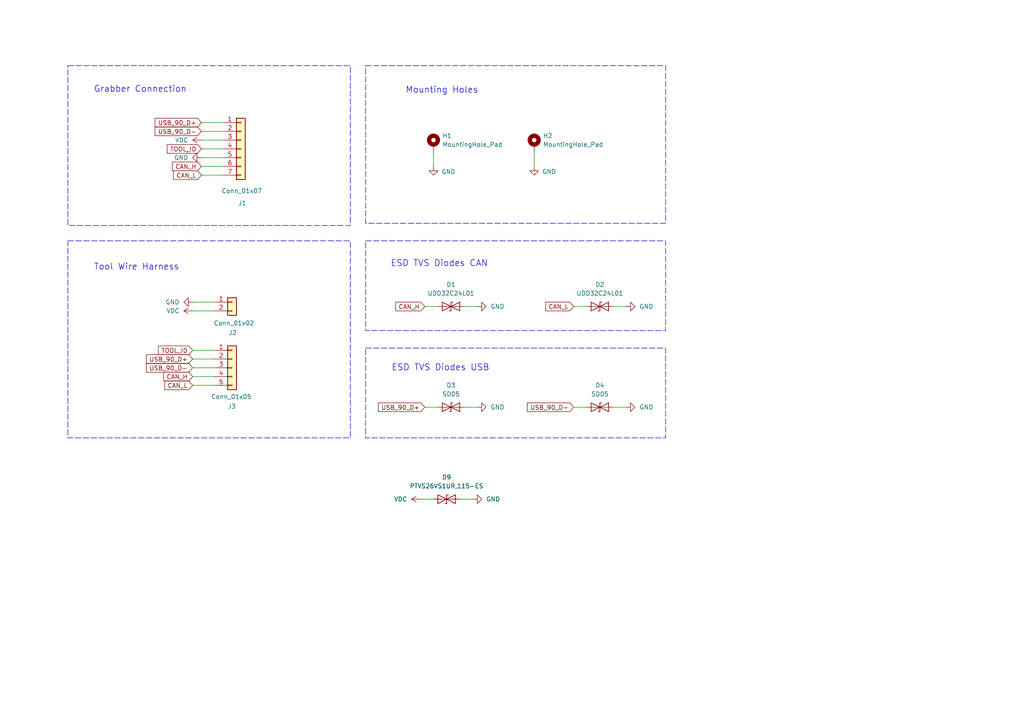
<source format=kicad_sch>
(kicad_sch (version 20250114) (generator "eeschema") (generator_version "9.0")
  (paper "A4")
  (lib_symbols
    (symbol "Connector_Generic:Conn_01x02" (pin_names (offset 1.016) (hide yes))
      (property "Reference" "J" (at 0 2.54 0))
      (property "Value" "Conn_01x02" (at 0 -5.08 0))
      (symbol "Conn_01x02_1_1"
        (rectangle (start -1.27 1.27) (end 1.27 -3.81) (stroke (width 0.254)) (fill (type background)))
        (rectangle (start -1.27 0.127) (end 0 -0.127) (stroke (width 0.1524)))
        (rectangle (start -1.27 -2.413) (end 0 -2.667) (stroke (width 0.1524)))
        (pin passive line (at -5.08 0 0) (length 3.81) (name "Pin_1") (number "1"))
        (pin passive line (at -5.08 -2.54 0) (length 3.81) (name "Pin_2") (number "2"))
      )
    )
    (symbol "Connector_Generic:Conn_01x05" (pin_names (offset 1.016) (hide yes))
      (property "Reference" "J" (at 0 7.62 0))
      (property "Value" "Conn_01x05" (at 0 -7.62 0))
      (symbol "Conn_01x05_1_1"
        (rectangle (start -1.27 6.35) (end 1.27 -6.35) (stroke (width 0.254)) (fill (type background)))
        (rectangle (start -1.27 5.207) (end 0 4.953) (stroke (width 0.1524)))
        (rectangle (start -1.27 2.667) (end 0 2.413) (stroke (width 0.1524)))
        (rectangle (start -1.27 0.127) (end 0 -0.127) (stroke (width 0.1524)))
        (rectangle (start -1.27 -2.413) (end 0 -2.667) (stroke (width 0.1524)))
        (rectangle (start -1.27 -4.953) (end 0 -5.207) (stroke (width 0.1524)))
        (pin passive line (at -5.08 5.08 0) (length 3.81) (name "Pin_1") (number "1"))
        (pin passive line (at -5.08 2.54 0) (length 3.81) (name "Pin_2") (number "2"))
        (pin passive line (at -5.08 0 0) (length 3.81) (name "Pin_3") (number "3"))
        (pin passive line (at -5.08 -2.54 0) (length 3.81) (name "Pin_4") (number "4"))
        (pin passive line (at -5.08 -5.08 0) (length 3.81) (name "Pin_5") (number "5"))
      )
    )
    (symbol "Connector_Generic:Conn_01x07" (pin_names (offset 1.016) (hide yes))
      (property "Reference" "J" (at 0 10.16 0))
      (property "Value" "Conn_01x07" (at 0 -10.16 0))
      (symbol "Conn_01x07_1_1"
        (rectangle (start -1.27 8.89) (end 1.27 -8.89) (stroke (width 0.254)) (fill (type background)))
        (rectangle (start -1.27 7.747) (end 0 7.493) (stroke (width 0.1524)))
        (rectangle (start -1.27 5.207) (end 0 4.953) (stroke (width 0.1524)))
        (rectangle (start -1.27 2.667) (end 0 2.413) (stroke (width 0.1524)))
        (rectangle (start -1.27 0.127) (end 0 -0.127) (stroke (width 0.1524)))
        (rectangle (start -1.27 -2.413) (end 0 -2.667) (stroke (width 0.1524)))
        (rectangle (start -1.27 -4.953) (end 0 -5.207) (stroke (width 0.1524)))
        (rectangle (start -1.27 -7.493) (end 0 -7.747) (stroke (width 0.1524)))
        (pin passive line (at -5.08 7.62 0) (length 3.81) (name "Pin_1") (number "1"))
        (pin passive line (at -5.08 5.08 0) (length 3.81) (name "Pin_2") (number "2"))
        (pin passive line (at -5.08 2.54 0) (length 3.81) (name "Pin_3") (number "3"))
        (pin passive line (at -5.08 0 0) (length 3.81) (name "Pin_4") (number "4"))
        (pin passive line (at -5.08 -2.54 0) (length 3.81) (name "Pin_5") (number "5"))
        (pin passive line (at -5.08 -5.08 0) (length 3.81) (name "Pin_6") (number "6"))
        (pin passive line (at -5.08 -7.62 0) (length 3.81) (name "Pin_7") (number "7"))
      )
    )
    (symbol "Diode:SD24_SOD323" (pin_numbers (hide yes)) (pin_names (offset 1.016) (hide yes))
      (property "Reference" "D" (at 0 2.54 0))
      (property "Value" "SD24_SOD323" (at 0 -2.54 0))
      (symbol "SD24_SOD323_0_1"
        (polyline (pts (xy -2.54 -1.27) (xy 0 0) (xy -2.54 1.27) (xy -2.54 -1.27)) (stroke (width 0.2032)))
        (polyline (pts (xy 0.508 1.27) (xy 0 1.27) (xy 0 -1.27) (xy -0.508 -1.27)) (stroke (width 0.2032)))
        (polyline (pts (xy 1.27 0) (xy -1.27 0)))
        (polyline (pts (xy 2.54 1.27) (xy 2.54 -1.27) (xy 0 0) (xy 2.54 1.27)) (stroke (width 0.2032)))
      )
      (symbol "SD24_SOD323_1_1"
        (pin passive line (at -3.81 0 0) (length 2.54) (name "A1") (number "1"))
        (pin passive line (at 3.81 0 180) (length 2.54) (name "A2") (number "2"))
      )
    )
    (symbol "Mechanical:MountingHole_Pad" (pin_numbers (hide yes)) (pin_names (offset 1.016) (hide yes)) (in_bom no)
      (property "Reference" "H" (at 0 6.35 0))
      (property "Value" "MountingHole_Pad" (at 0 4.445 0))
      (symbol "MountingHole_Pad_0_1"
        (circle (center 0 1.27) (radius 1.27) (stroke (width 1.27)))
      )
      (symbol "MountingHole_Pad_1_1"
        (pin input line (at 0 -2.54 90) (length 2.54) (name "1") (number "1"))
      )
    )
    (symbol "power:GND" (power) (pin_numbers (hide yes)) (pin_names (offset 0) (hide yes))
      (property "Value" "GND" (at 0 -3.81 0))
      (symbol "GND_0_1"
        (polyline (pts (xy 0 0) (xy 0 -1.27) (xy 1.27 -1.27) (xy 0 -2.54) (xy -1.27 -1.27) (xy 0 -1.27)))
      )
      (symbol "GND_1_1"
        (pin power_in line (at 0 0 270) (length 0) (name "~") (number "1"))
      )
    )
    (symbol "power:VDC" (power) (pin_numbers (hide yes)) (pin_names (offset 0) (hide yes))
      (property "Value" "VDC" (at 0 3.556 0))
      (symbol "VDC_0_1"
        (polyline (pts (xy -0.762 1.27) (xy 0 2.54)))
        (polyline (pts (xy 0 2.54) (xy 0.762 1.27)))
        (polyline (pts (xy 0 0) (xy 0 2.54)))
      )
      (symbol "VDC_1_1"
        (pin power_in line (at 0 0 90) (length 0) (name "~") (number "1"))
      )
    )
  )
  (rectangle (start 106.045 19.05) (end 193.04 64.77) (stroke (width 0) (type dash)))
  (rectangle (start 19.685 19.05) (end 101.6 65.405) (stroke (width 0) (type dash)))
  (rectangle (start 106.045 100.965) (end 193.04 127) (stroke (width 0) (type dash)))
  (rectangle (start 106.045 69.85) (end 193.04 95.885) (stroke (width 0) (type dash)))
  (rectangle (start 19.685 69.85) (end 101.6 127) (stroke (width 0) (type dash)))
  (text "Grabber Connection" (at 27.178 24.892 0) (effects (font (size 1.8034 1.8034)) (justify left top)))
  (text "Tool Wire Harness\n" (at 27.178 76.454 0) (effects (font (size 1.8034 1.8034)) (justify left top)))
  (text "ESD TVS Diodes CAN\n" (at 113.284 75.438 0) (effects (font (size 1.8034 1.8034)) (justify left top)))
  (text "ESD TVS Diodes USB" (at 113.538 105.664 0) (effects (font (size 1.8034 1.8034)) (justify left top)))
  (text "Mounting Holes" (at 117.602 25.146 0) (effects (font (size 1.8034 1.8034)) (justify left top)))
  (wire (pts (xy 55.88 87.63) (xy 62.23 87.63)))
  (wire (pts (xy 55.88 106.68) (xy 62.23 106.68)))
  (wire (pts (xy 55.88 104.14) (xy 62.23 104.14)))
  (wire (pts (xy 177.8 88.9) (xy 181.61 88.9)))
  (wire (pts (xy 127 118.11) (xy 123.19 118.11)))
  (wire (pts (xy 55.88 111.76) (xy 62.23 111.76)))
  (wire (pts (xy 58.42 38.1) (xy 64.77 38.1)))
  (wire (pts (xy 123.19 88.9) (xy 127 88.9)))
  (wire (pts (xy 138.43 118.11) (xy 134.62 118.11)))
  (wire (pts (xy 138.43 88.9) (xy 134.62 88.9)))
  (wire (pts (xy 58.42 40.64) (xy 64.77 40.64)))
  (wire (pts (xy 170.18 118.11) (xy 166.37 118.11)))
  (wire (pts (xy 55.88 90.17) (xy 62.23 90.17)))
  (wire (pts (xy 58.42 35.56) (xy 64.77 35.56)))
  (wire (pts (xy 58.42 50.8) (xy 64.77 50.8)))
  (wire (pts (xy 58.42 43.18) (xy 64.77 43.18)))
  (wire (pts (xy 166.37 88.9) (xy 170.18 88.9)))
  (wire (pts (xy 55.88 109.22) (xy 62.23 109.22)))
  (wire (pts (xy 58.42 48.26) (xy 64.77 48.26)))
  (wire (pts (xy 125.73 48.26) (xy 125.73 44.45)))
  (wire (pts (xy 125.73 144.78) (xy 121.92 144.78)))
  (wire (pts (xy 137.16 144.78) (xy 133.35 144.78)))
  (wire (pts (xy 154.94 48.26) (xy 154.94 44.45)))
  (wire (pts (xy 55.88 101.6) (xy 62.23 101.6)))
  (wire (pts (xy 58.42 45.72) (xy 64.77 45.72)))
  (wire (pts (xy 181.61 118.11) (xy 177.8 118.11)))
  (global_label "CAN_H" (shape input) (at 123.19 88.9 180) (property "Intersheetrefs" "${INTERSHEET_REFS}" (effects (hide yes))))
  (global_label "USB_90_D+" (shape input) (at 58.42 35.56 180) (property "Intersheetrefs" "${INTERSHEET_REFS}" (effects (hide yes))))
  (global_label "USB_90_D+" (shape input) (at 123.19 118.11 180) (property "Intersheetrefs" "${INTERSHEET_REFS}" (effects (hide yes))))
  (global_label "CAN_H" (shape input) (at 58.42 48.26 180) (property "Intersheetrefs" "${INTERSHEET_REFS}" (effects (hide yes))))
  (global_label "USB_90_D+" (shape input) (at 55.88 104.14 180) (property "Intersheetrefs" "${INTERSHEET_REFS}" (effects (hide yes))))
  (global_label "CAN_L" (shape input) (at 166.37 88.9 180) (property "Intersheetrefs" "${INTERSHEET_REFS}" (effects (hide yes))))
  (global_label "CAN_H" (shape input) (at 55.88 109.22 180) (property "Intersheetrefs" "${INTERSHEET_REFS}" (effects (hide yes))))
  (global_label "TOOL_ID" (shape input) (at 55.88 101.6 180) (property "Intersheetrefs" "${INTERSHEET_REFS}" (effects (hide yes))))
  (global_label "USB_90_D-" (shape input) (at 166.37 118.11 180) (property "Intersheetrefs" "${INTERSHEET_REFS}" (effects (hide yes))))
  (global_label "CAN_L" (shape input) (at 58.42 50.8 180) (property "Intersheetrefs" "${INTERSHEET_REFS}" (effects (hide yes))))
  (global_label "TOOL_ID" (shape input) (at 58.42 43.18 180) (property "Intersheetrefs" "${INTERSHEET_REFS}" (effects (hide yes))))
  (global_label "USB_90_D-" (shape input) (at 55.88 106.68 180) (property "Intersheetrefs" "${INTERSHEET_REFS}" (effects (hide yes))))
  (global_label "CAN_L" (shape input) (at 55.88 111.76 180) (property "Intersheetrefs" "${INTERSHEET_REFS}" (effects (hide yes))))
  (global_label "USB_90_D-" (shape input) (at 58.42 38.1 180) (property "Intersheetrefs" "${INTERSHEET_REFS}" (effects (hide yes))))
  (symbol (lib_id "power:VDC") (at 55.88 90.17 90) (unit 1)
    (property "Reference" "#PWR06" (effects (hide yes)))
    (property "Value" "VDC" (at 52.07 90.1699 90) (effects (justify left)))
    (property "Description" "Power symbol creates a global label with name \"VDC\"" (effects (hide yes)))
  )
  (symbol (lib_id "Connector_Generic:Conn_01x02") (at 67.31 87.63 0) (unit 1)
    (property "Reference" "J2" (at 66.294 96.52 0) (effects (justify left)))
    (property "Value" "Conn_01x02" (at 61.976 93.726 0) (effects (justify left)))
    (property "Footprint" "Vortac:Toolplate_Solderpoint_01x02_Power" (effects (hide yes)))
    (property "Description" "Generic connector, single row, 01x02, script generated (kicad-library-utils/schlib/autogen/connector/)" (effects (hide yes)))
  )
  (symbol (lib_id "power:GND") (at 138.43 88.9 90) (unit 1)
    (property "Reference" "#PWR09" (effects (hide yes)))
    (property "Value" "GND" (at 142.24 88.8999 90) (effects (justify right)))
    (property "Description" "Power symbol creates a global label with name \"GND\" , ground" (effects (hide yes)))
  )
  (symbol (lib_id "power:GND") (at 181.61 88.9 90) (unit 1)
    (property "Reference" "#PWR010" (effects (hide yes)))
    (property "Value" "GND" (at 185.42 88.8999 90) (effects (justify right)))
    (property "Description" "Power symbol creates a global label with name \"GND\" , ground" (effects (hide yes)))
  )
  (symbol (lib_id "Diode:SD24_SOD323") (at 129.54 144.78 180) (unit 1)
    (property "Reference" "D9" (at 129.54 138.43 0))
    (property "Value" "PTVS26VS1UR,115-ES" (at 129.54 140.97 0))
    (property "Footprint" "Diode_SMD:D_SOD-123F" (effects (hide yes)))
    (property "LCSC" "C41409305" (effects (hide yes)))
  )
  (symbol (lib_id "Mechanical:MountingHole_Pad") (at 125.73 41.91 0) (unit 1) (in_bom no)
    (property "Reference" "H1" (at 128.27 39.3699 0) (effects (justify left)))
    (property "Value" "MountingHole_Pad" (at 128.27 41.9099 0) (effects (justify left)))
    (property "Footprint" "Vortac:MountingHole_2.2mm_M2_Pad_Via_NTR" (effects (hide yes)))
    (property "Description" "Mounting Hole with connection" (effects (hide yes)))
  )
  (symbol (lib_id "Diode:SD24_SOD323") (at 173.99 118.11 180) (unit 1)
    (property "Reference" "D4" (at 173.99 111.76 0))
    (property "Value" "SD05" (at 173.99 114.3 0))
    (property "Footprint" "Diode_SMD:D_SOD-323" (effects (hide yes)))
    (property "LCSC" "C502527" (effects (hide yes)))
  )
  (symbol (lib_id "power:GND") (at 125.73 48.26 0) (unit 1)
    (property "Reference" "#PWR03" (effects (hide yes)))
    (property "Value" "GND" (at 130.048 49.784 0))
    (property "Description" "Power symbol creates a global label with name \"GND\" , ground" (effects (hide yes)))
  )
  (symbol (lib_id "power:GND") (at 181.61 118.11 90) (unit 1)
    (property "Reference" "#PWR08" (effects (hide yes)))
    (property "Value" "GND" (at 185.42 118.1099 90) (effects (justify right)))
    (property "Description" "Power symbol creates a global label with name \"GND\" , ground" (effects (hide yes)))
  )
  (symbol (lib_id "Diode:SD24_SOD323") (at 130.81 88.9 180) (unit 1)
    (property "Reference" "D1" (at 130.81 82.55 0))
    (property "Value" "UDD32C24L01" (at 130.81 85.09 0))
    (property "Footprint" "Diode_SMD:D_SOD-323" (effects (hide yes)))
    (property "LCSC" "C19188728" (effects (hide yes)))
    (property "notes" "alternative C5449083" (effects (hide yes)))
  )
  (symbol (lib_id "Connector_Generic:Conn_01x05") (at 67.31 106.68 0) (unit 1)
    (property "Reference" "J3" (at 66.04 117.856 0) (effects (justify left)))
    (property "Value" "Conn_01x05" (at 61.214 115.062 0) (effects (justify left)))
    (property "Footprint" "Vortac:Toolplate_Solderpoint_01x05_Data" (effects (hide yes)))
    (property "Description" "Generic connector, single row, 01x05, script generated (kicad-library-utils/schlib/autogen/connector/)" (effects (hide yes)))
  )
  (symbol (lib_id "power:GND") (at 58.42 45.72 270) (unit 1)
    (property "Reference" "#PWR01" (effects (hide yes)))
    (property "Value" "GND" (at 54.61 45.7199 90) (effects (justify right)))
    (property "Description" "Power symbol creates a global label with name \"GND\" , ground" (effects (hide yes)))
  )
  (symbol (lib_id "power:GND") (at 137.16 144.78 90) (unit 1)
    (property "Reference" "#PWR012" (effects (hide yes)))
    (property "Value" "GND" (at 140.97 144.7799 90) (effects (justify right)))
    (property "Description" "Power symbol creates a global label with name \"GND\" , ground" (effects (hide yes)))
  )
  (symbol (lib_id "power:VDC") (at 121.92 144.78 90) (unit 1)
    (property "Reference" "#PWR011" (effects (hide yes)))
    (property "Value" "VDC" (at 118.11 144.7799 90) (effects (justify left)))
    (property "Description" "Power symbol creates a global label with name \"VDC\"" (effects (hide yes)))
  )
  (symbol (lib_id "power:GND") (at 154.94 48.26 0) (unit 1)
    (property "Reference" "#PWR04" (effects (hide yes)))
    (property "Value" "GND" (at 159.258 49.784 0))
    (property "Description" "Power symbol creates a global label with name \"GND\" , ground" (effects (hide yes)))
  )
  (symbol (lib_id "Connector_Generic:Conn_01x07") (at 69.85 43.18 0) (unit 1)
    (property "Reference" "J1" (at 69.088 58.928 0) (effects (justify left)))
    (property "Value" "Conn_01x07" (at 64.262 55.372 0) (effects (justify left)))
    (property "Footprint" "Vortac:mill-max-0881-1-15-20-82-14-11-0_LandingPads_ContactPad_PTH_2x1.5x1" (effects (hide yes)))
    (property "Description" "Generic connector, single row, 01x07, script generated (kicad-library-utils/schlib/autogen/connector/)" (effects (hide yes)))
  )
  (symbol (lib_id "Mechanical:MountingHole_Pad") (at 154.94 41.91 0) (unit 1) (in_bom no)
    (property "Reference" "H2" (at 157.48 39.3699 0) (effects (justify left)))
    (property "Value" "MountingHole_Pad" (at 157.48 41.9099 0) (effects (justify left)))
    (property "Footprint" "Vortac:MountingHole_2.2mm_M2_Pad_Via_NTR" (effects (hide yes)))
    (property "Description" "Mounting Hole with connection" (effects (hide yes)))
  )
  (symbol (lib_id "power:VDC") (at 58.42 40.64 90) (unit 1)
    (property "Reference" "#PWR02" (effects (hide yes)))
    (property "Value" "VDC" (at 54.61 40.6399 90) (effects (justify left)))
    (property "Description" "Power symbol creates a global label with name \"VDC\"" (effects (hide yes)))
  )
  (symbol (lib_id "power:GND") (at 55.88 87.63 270) (unit 1)
    (property "Reference" "#PWR05" (effects (hide yes)))
    (property "Value" "GND" (at 52.07 87.6299 90) (effects (justify right)))
    (property "Description" "Power symbol creates a global label with name \"GND\" , ground" (effects (hide yes)))
  )
  (symbol (lib_id "Diode:SD24_SOD323") (at 173.99 88.9 180) (unit 1)
    (property "Reference" "D2" (at 173.99 82.55 0))
    (property "Value" "UDD32C24L01" (at 173.99 85.09 0))
    (property "Footprint" "Diode_SMD:D_SOD-323" (effects (hide yes)))
    (property "LCSC" "C19188728" (effects (hide yes)))
    (property "notes" "alternative C5449083" (effects (hide yes)))
  )
  (symbol (lib_id "Diode:SD24_SOD323") (at 130.81 118.11 180) (unit 1)
    (property "Reference" "D3" (at 130.81 111.76 0))
    (property "Value" "SD05" (at 130.81 114.3 0))
    (property "Footprint" "Diode_SMD:D_SOD-323" (effects (hide yes)))
    (property "LCSC" "C502527" (effects (hide yes)))
  )
  (symbol (lib_id "power:GND") (at 138.43 118.11 90) (unit 1)
    (property "Reference" "#PWR07" (effects (hide yes)))
    (property "Value" "GND" (at 142.24 118.1099 90) (effects (justify right)))
    (property "Description" "Power symbol creates a global label with name \"GND\" , ground" (effects (hide yes)))
  )
)
</source>
